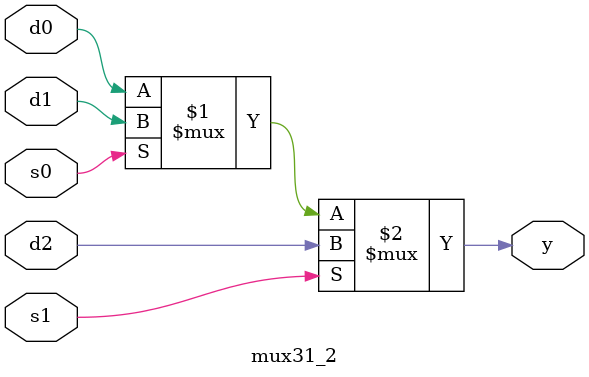
<source format=v>
module mux31_2(d0,d1,d2,s0,s1,y);
  input d0,d1,d2,s0,s1;
  output y;

  assign y = (s1) ? d2 : (s0) ? d1 : d0;
endmodule
</source>
